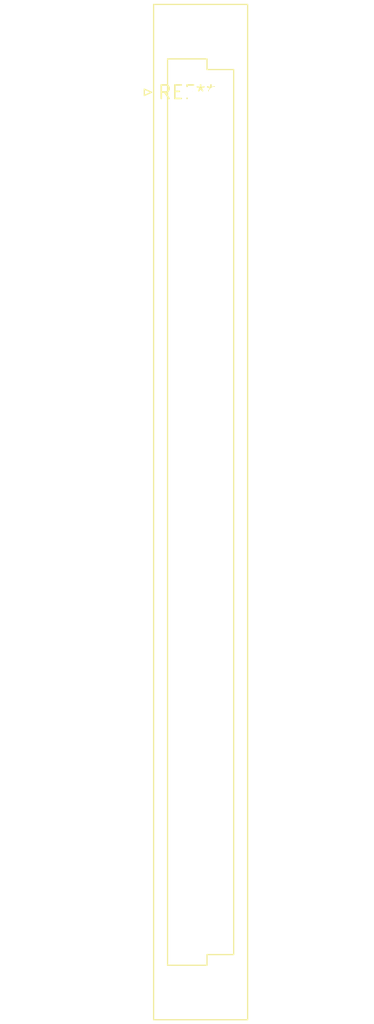
<source format=kicad_pcb>
(kicad_pcb (version 20240108) (generator pcbnew)
  (layers (0 "F.Cu" signal) (31 "B.Cu" signal) (34 "B.Paste" user) (35 "F.Paste" user) (36 "B.SilkS" user "B.Silkscreen") (37 "F.SilkS" user "F.Silkscreen") (38 "B.Mask" user) (39 "F.Mask" user) (44 "Edge.Cuts" user))
  (net 0 "")
  (footprint "DIN41612_Q_2x32_Male_Vertical_THT" (layer "F.Cu") (at 0 0)
    (property "Reference" "REF**")
    (property "Value" "DIN41612_Q_2x32_Male_Vertical_THT")
    (fp_line (start -4.01 -0.3) (end -4.01 0.3) (layer "F.SilkS") (stroke (width 0.12)))
    (fp_line (start -4.01 0.3) (end -3.33 0) (layer "F.SilkS") (stroke (width 0.12)))
    (fp_line (start -3.33 0) (end -4.01 -0.3) (layer "F.SilkS") (stroke (width 0.12)))
    (fp_line (start -3.14 -8.24) (end 5.68 -8.24) (layer "F.SilkS") (stroke (width 0.12)))
    (fp_line (start -3.14 86.98) (end -3.14 -8.24) (layer "F.SilkS") (stroke (width 0.12)))
    (fp_line (start -1.83 -3.131) (end 1.87 -3.131) (layer "F.SilkS") (stroke (width 0.12)))
    (fp_line (start -1.83 81.87) (end -1.83 -3.131) (layer "F.SilkS") (stroke (width 0.12)))
    (fp_line (start 1.87 -3.131) (end 1.87 -2.131) (layer "F.SilkS") (stroke (width 0.12)))
    (fp_line (start 1.87 -2.131) (end 4.37 -2.131) (layer "F.SilkS") (stroke (width 0.12)))
    (fp_line (start 1.87 80.87) (end 1.87 81.87) (layer "F.SilkS") (stroke (width 0.12)))
    (fp_line (start 1.87 81.87) (end -1.83 81.87) (layer "F.SilkS") (stroke (width 0.12)))
    (fp_line (start 4.37 -2.131) (end 4.37 80.87) (layer "F.SilkS") (stroke (width 0.12)))
    (fp_line (start 4.37 80.87) (end 1.87 80.87) (layer "F.SilkS") (stroke (width 0.12)))
    (fp_line (start 5.68 -8.24) (end 5.68 86.98) (layer "F.SilkS") (stroke (width 0.12)))
    (fp_line (start 5.68 86.98) (end -3.14 86.98) (layer "F.SilkS") (stroke (width 0.12)))
    (pad "" np_thru_hole circle (at 2.24 -5.63) (size 2.85 2.85) (drill 2.85) (layers *.Cu *.Mask))
    (pad "" np_thru_hole circle (at 2.24 84.37) (size 2.85 2.85) (drill 2.85) (layers *.Cu *.Mask))
    (pad "a1" thru_hole roundrect (at 0 0) (size 1.55 1.55) (drill 1) (layers *.Cu *.Mask) (remove_unused_layers) (roundrect_rratio 0.16129))
    (pad "a2" thru_hole circle (at 0 2.54) (size 1.55 1.55) (drill 1) (layers *.Cu *.Mask) (remove_unused_layers))
    (pad "a3" thru_hole circle (at 0 5.08) (size 1.55 1.55) (drill 1) (layers *.Cu *.Mask) (remove_unused_layers))
    (pad "a4" thru_hole circle (at 0 7.62) (size 1.55 1.55) (drill 1) (layers *.Cu *.Mask) (remove_unused_layers))
    (pad "a5" thru_hole circle (at 0 10.16) (size 1.55 1.55) (drill 1) (layers *.Cu *.Mask) (remove_unused_layers))
    (pad "a6" thru_hole circle (at 0 12.7) (size 1.55 1.55) (drill 1) (layers *.Cu *.Mask) (remove_unused_layers))
    (pad "a7" thru_hole circle (at 0 15.24) (size 1.55 1.55) (drill 1) (layers *.Cu *.Mask) (remove_unused_layers))
    (pad "a8" thru_hole circle (at 0 17.78) (size 1.55 1.55) (drill 1) (layers *.Cu *.Mask) (remove_unused_layers))
    (pad "a9" thru_hole circle (at 0 20.32) (size 1.55 1.55) (drill 1) (layers *.Cu *.Mask) (remove_unused_layers))
    (pad "a10" thru_hole circle (at 0 22.86) (size 1.55 1.55) (drill 1) (layers *.Cu *.Mask) (remove_unused_layers))
    (pad "a11" thru_hole circle (at 0 25.4) (size 1.55 1.55) (drill 1) (layers *.Cu *.Mask) (remove_unused_layers))
    (pad "a12" thru_hole circle (at 0 27.94) (size 1.55 1.55) (drill 1) (layers *.Cu *.Mask) (remove_unused_layers))
    (pad "a13" thru_hole circle (at 0 30.48) (size 1.55 1.55) (drill 1) (layers *.Cu *.Mask) (remove_unused_layers))
    (pad "a14" thru_hole circle (at 0 33.02) (size 1.55 1.55) (drill 1) (layers *.Cu *.Mask) (remove_unused_layers))
    (pad "a15" thru_hole circle (at 0 35.56) (size 1.55 1.55) (drill 1) (layers *.Cu *.Mask) (remove_unused_layers))
    (pad "a16" thru_hole circle (at 0 38.1) (size 1.55 1.55) (drill 1) (layers *.Cu *.Mask) (remove_unused_layers))
    (pad "a17" thru_hole circle (at 0 40.64) (size 1.55 1.55) (drill 1) (layers *.Cu *.Mask) (remove_unused_layers))
    (pad "a18" thru_hole circle (at 0 43.18) (size 1.55 1.55) (drill 1) (layers *.Cu *.Mask) (remove_unused_layers))
    (pad "a19" thru_hole circle (at 0 45.72) (size 1.55 1.55) (drill 1) (layers *.Cu *.Mask) (remove_unused_layers))
    (pad "a20" thru_hole circle (at 0 48.26) (size 1.55 1.55) (drill 1) (layers *.Cu *.Mask) (remove_unused_layers))
    (pad "a21" thru_hole circle (at 0 50.8) (size 1.55 1.55) (drill 1) (layers *.Cu *.Mask) (remove_unused_layers))
    (pad "a22" thru_hole circle (at 0 53.34) (size 1.55 1.55) (drill 1) (layers *.Cu *.Mask) (remove_unused_layers))
    (pad "a23" thru_hole circle (at 0 55.88) (size 1.55 1.55) (drill 1) (layers *.Cu *.Mask) (remove_unused_layers))
    (pad "a24" thru_hole circle (at 0 58.42) (size 1.55 1.55) (drill 1) (layers *.Cu *.Mask) (remove_unused_layers))
    (pad "a25" thru_hole circle (at 0 60.96) (size 1.55 1.55) (drill 1) (layers *.Cu *.Mask) (remove_unused_layers))
    (pad "a26" thru_hole circle (at 0 63.5) (size 1.55 1.55) (drill 1) (layers *.Cu *.Mask) (remove_unused_layers))
    (pad "a27" thru_hole circle (at 0 66.04) (size 1.55 1.55) (drill 1) (layers *.Cu *.Mask) (remove_unused_layers))
    (pad "a28" thru_hole circle (at 0 68.58) (size 1.55 1.55) (drill 1) (layers *.Cu *.Mask) (remove_unused_layers))
    (pad "a29" thru_hole circle (at 0 71.12) (size 1.55 1.55) (drill 1) (layers *.Cu *.Mask) (remove_unused_layers))
    (pad "a30" thru_hole circle (at 0 73.66) (size 1.55 1.55) (drill 1) (layers *.Cu *.Mask) (remove_unused_layers))
    (pad "a31" thru_hole circle (at 0 76.2) (size 1.55 1.55) (drill 1) (layers *.Cu *.Mask) (remove_unused_layers))
    (pad "a32" thru_hole circle (at 0 78.74) (size 1.55 1.55) (drill 1) (layers *.Cu *.Mask) (remove_unused_layers))
    (pad "b1" thru_hole circle (at 2.54 0) (size 1.55 1.55) (drill 1) (layers *.Cu *.Mask) (remove_unused_layers))
    (pad "b2" thru_hole circle (at 2.54 2.54) (size 1.55 1.55) (drill 1) (layers *.Cu *.Mask) (remove_unused_layers))
    (pad "b3" thru_hole circle (at 2.54 5.08) (size 1.55 1.55) (drill 1) (layers *.Cu *.Mask) (remove_unused_layers))
    (pad "b4" thru_hole circle (at 2.54 7.62) (size 1.55 1.55) (drill 1) (layers *.Cu *.Mask) (remove_unused_layers))
    (pad "b5" thru_hole circle (at 2.54 10.16) (size 1.55 1.55) (drill 1) (layers *.Cu *.Mask) (remove_unused_layers))
    (pad "b6" thru_hole circle (at 2.54 12.7) (size 1.55 1.55) (drill 1) (layers *.Cu *.Mask) (remove_unused_layers))
    (pad "b7" thru_hole circle (at 2.54 15.24) (size 1.55 1.55) (drill 1) (layers *.Cu *.Mask) (remove_unused_layers))
    (pad "b8" thru_hole circle (at 2.54 17.78) (size 1.55 1.55) (drill 1) (layers *.Cu *.Mask) (remove_unused_layers))
    (pad "b9" thru_hole circle (at 2.54 20.32) (size 1.55 1.55) (drill 1) (layers *.Cu *.Mask) (remove_unused_layers))
    (pad "b10" thru_hole circle (at 2.54 22.86) (size 1.55 1.55) (drill 1) (layers *.Cu *.Mask) (remove_unused_layers))
    (pad "b11" thru_hole circle (at 2.54 25.4) (size 1.55 1.55) (drill 1) (layers *.Cu *.Mask) (remove_unused_layers))
    (pad "b12" thru_hole circle (at 2.54 27.94) (size 1.55 1.55) (drill 1) (layers *.Cu *.Mask) (remove_unused_layers))
    (pad "b13" thru_hole circle (at 2.54 30.48) (size 1.55 1.55) (drill 1) (layers *.Cu *.Mask) (remove_unused_layers))
    (pad "b14" thru_hole circle (at 2.54 33.02) (size 1.55 1.55) (drill 1) (layers *.Cu *.Mask) (remove_unused_layers))
    (pad "b15" thru_hole circle (at 2.54 35.56) (size 1.55 1.55) (drill 1) (layers *.Cu *.Mask) (remove_unused_layers))
    (pad "b16" thru_hole circle (at 2.54 38.1) (size 1.55 1.55) (drill 1) (layers *.Cu *.Mask) (remove_unused_layers))
    (pad "b17" thru_hole circle (at 2.54 40.64) (size 1.55 1.55) (drill 1) (layers *.Cu *.Mask) (remove_unused_layers))
    (pad "b18" thru_hole circle (at 2.54 43.18) (size 1.55 1.55) (drill 1) (layers *.Cu *.Mask) (remove_unused_layers))
    (pad "b19" thru_hole circle (at 2.54 45.72) (size 1.55 1.55) (drill 1) (layers *.Cu *.Mask) (remove_unused_layers))
    (pad "b20" thru_hole circle (at 2.54 48.26) (size 1.55 1.55) (drill 1) (layers *.Cu *.Mask) (remove_unused_layers))
    (pad "b21" thru_hole circle (at 2.54 50.8) (size 1.55 1.55) (drill 1) (layers *.Cu *.Mask) (remove_unused_layers))
    (pad "b22" thru_hole circle (at 2.54 53.34) (size 1.55 1.55) (drill 1) (layers *.Cu *.Mask) (remove_unused_layers))
    (pad "b23" thru_hole circle (at 2.54 55.88) (size 1.55 1.55) (drill 1) (layers *.Cu *.Mask) (remove_unused_layers))
    (pad "b24" thru_hole circle (at 2.54 58.42) (size 1.55 1.55) (drill 1) (layers *.Cu *.Mask) (remove_unused_layers))
    (pad "b25" thru_hole circle (at 2.54 60.96) (size 1.55 1.55) (drill 1) (layers *.Cu *.Mask) (remove_unused_layers))
    (pad "b26" thru_hole circle (at 2.54 63.5) (size 1.55 1.55) (drill 1) (layers *.Cu *.Mask) (remove_unused_layers))
    (pad "b27" thru_hole circle (at 2.54 66.04) (size 1.55 1.55) (drill 1) (layers *.Cu *.Mask) (remove_unused_layers))
    (pad "b28" thru_hole circle (at 2.54 68.58) (size 1.55 1.55) (drill 1) (layers *.Cu *.Mask) (remove_unused_layers))
    (pad "b29" thru_hole circle (at 2.54 71.12) (size 1.55 1.55) (drill 1) (layers *.Cu *.Mask) (remove_unused_layers))
    (pad "b30" thru_hole circle (at 2.54 73.66) (size 1.55 1.55) (drill 1) (layers *.Cu *.Mask) (remove_unused_layers))
    (pad "b31" thru_hole circle (at 2.54 76.2) (size 1.55 1.55) (drill 1) (layers *.Cu *.Mask) (remove_unused_layers))
    (pad "b32" thru_hole circle (at 2.54 78.74) (size 1.55 1.55) (drill 1) (layers *.Cu *.Mask) (remove_unused_layers))
  )
)
</source>
